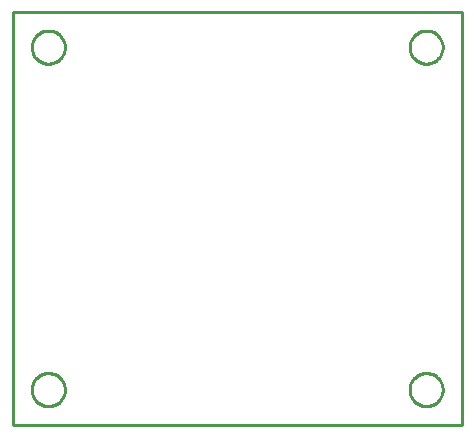
<source format=gbr>
G04 EAGLE Gerber RS-274X export*
G75*
%MOMM*%
%FSLAX34Y34*%
%LPD*%
%IN*%
%IPPOS*%
%AMOC8*
5,1,8,0,0,1.08239X$1,22.5*%
G01*
%ADD10C,0.254000*%


D10*
X0Y0D02*
X380000Y0D01*
X380000Y350000D01*
X0Y350000D01*
X0Y0D01*
X44000Y319500D02*
X43929Y318503D01*
X43786Y317513D01*
X43574Y316536D01*
X43292Y315576D01*
X42943Y314639D01*
X42527Y313729D01*
X42048Y312852D01*
X41507Y312010D01*
X40908Y311210D01*
X40253Y310454D01*
X39546Y309747D01*
X38790Y309092D01*
X37990Y308493D01*
X37148Y307952D01*
X36271Y307473D01*
X35361Y307057D01*
X34424Y306708D01*
X33465Y306426D01*
X32487Y306214D01*
X31498Y306071D01*
X30500Y306000D01*
X29500Y306000D01*
X28503Y306071D01*
X27513Y306214D01*
X26536Y306426D01*
X25576Y306708D01*
X24639Y307057D01*
X23729Y307473D01*
X22852Y307952D01*
X22010Y308493D01*
X21210Y309092D01*
X20454Y309747D01*
X19747Y310454D01*
X19092Y311210D01*
X18493Y312010D01*
X17952Y312852D01*
X17473Y313729D01*
X17057Y314639D01*
X16708Y315576D01*
X16426Y316536D01*
X16214Y317513D01*
X16071Y318503D01*
X16000Y319500D01*
X16000Y320500D01*
X16071Y321498D01*
X16214Y322487D01*
X16426Y323465D01*
X16708Y324424D01*
X17057Y325361D01*
X17473Y326271D01*
X17952Y327148D01*
X18493Y327990D01*
X19092Y328790D01*
X19747Y329546D01*
X20454Y330253D01*
X21210Y330908D01*
X22010Y331507D01*
X22852Y332048D01*
X23729Y332527D01*
X24639Y332943D01*
X25576Y333292D01*
X26536Y333574D01*
X27513Y333786D01*
X28503Y333929D01*
X29500Y334000D01*
X30500Y334000D01*
X31498Y333929D01*
X32487Y333786D01*
X33465Y333574D01*
X34424Y333292D01*
X35361Y332943D01*
X36271Y332527D01*
X37148Y332048D01*
X37990Y331507D01*
X38790Y330908D01*
X39546Y330253D01*
X40253Y329546D01*
X40908Y328790D01*
X41507Y327990D01*
X42048Y327148D01*
X42527Y326271D01*
X42943Y325361D01*
X43292Y324424D01*
X43574Y323465D01*
X43786Y322487D01*
X43929Y321498D01*
X44000Y320500D01*
X44000Y319500D01*
X44000Y29500D02*
X43929Y28503D01*
X43786Y27513D01*
X43574Y26536D01*
X43292Y25576D01*
X42943Y24639D01*
X42527Y23729D01*
X42048Y22852D01*
X41507Y22010D01*
X40908Y21210D01*
X40253Y20454D01*
X39546Y19747D01*
X38790Y19092D01*
X37990Y18493D01*
X37148Y17952D01*
X36271Y17473D01*
X35361Y17057D01*
X34424Y16708D01*
X33465Y16426D01*
X32487Y16214D01*
X31498Y16071D01*
X30500Y16000D01*
X29500Y16000D01*
X28503Y16071D01*
X27513Y16214D01*
X26536Y16426D01*
X25576Y16708D01*
X24639Y17057D01*
X23729Y17473D01*
X22852Y17952D01*
X22010Y18493D01*
X21210Y19092D01*
X20454Y19747D01*
X19747Y20454D01*
X19092Y21210D01*
X18493Y22010D01*
X17952Y22852D01*
X17473Y23729D01*
X17057Y24639D01*
X16708Y25576D01*
X16426Y26536D01*
X16214Y27513D01*
X16071Y28503D01*
X16000Y29500D01*
X16000Y30500D01*
X16071Y31498D01*
X16214Y32487D01*
X16426Y33465D01*
X16708Y34424D01*
X17057Y35361D01*
X17473Y36271D01*
X17952Y37148D01*
X18493Y37990D01*
X19092Y38790D01*
X19747Y39546D01*
X20454Y40253D01*
X21210Y40908D01*
X22010Y41507D01*
X22852Y42048D01*
X23729Y42527D01*
X24639Y42943D01*
X25576Y43292D01*
X26536Y43574D01*
X27513Y43786D01*
X28503Y43929D01*
X29500Y44000D01*
X30500Y44000D01*
X31498Y43929D01*
X32487Y43786D01*
X33465Y43574D01*
X34424Y43292D01*
X35361Y42943D01*
X36271Y42527D01*
X37148Y42048D01*
X37990Y41507D01*
X38790Y40908D01*
X39546Y40253D01*
X40253Y39546D01*
X40908Y38790D01*
X41507Y37990D01*
X42048Y37148D01*
X42527Y36271D01*
X42943Y35361D01*
X43292Y34424D01*
X43574Y33465D01*
X43786Y32487D01*
X43929Y31498D01*
X44000Y30500D01*
X44000Y29500D01*
X364000Y319500D02*
X363929Y318503D01*
X363786Y317513D01*
X363574Y316536D01*
X363292Y315576D01*
X362943Y314639D01*
X362527Y313729D01*
X362048Y312852D01*
X361507Y312010D01*
X360908Y311210D01*
X360253Y310454D01*
X359546Y309747D01*
X358790Y309092D01*
X357990Y308493D01*
X357148Y307952D01*
X356271Y307473D01*
X355361Y307057D01*
X354424Y306708D01*
X353465Y306426D01*
X352487Y306214D01*
X351498Y306071D01*
X350500Y306000D01*
X349500Y306000D01*
X348503Y306071D01*
X347513Y306214D01*
X346536Y306426D01*
X345576Y306708D01*
X344639Y307057D01*
X343729Y307473D01*
X342852Y307952D01*
X342010Y308493D01*
X341210Y309092D01*
X340454Y309747D01*
X339747Y310454D01*
X339092Y311210D01*
X338493Y312010D01*
X337952Y312852D01*
X337473Y313729D01*
X337057Y314639D01*
X336708Y315576D01*
X336426Y316536D01*
X336214Y317513D01*
X336071Y318503D01*
X336000Y319500D01*
X336000Y320500D01*
X336071Y321498D01*
X336214Y322487D01*
X336426Y323465D01*
X336708Y324424D01*
X337057Y325361D01*
X337473Y326271D01*
X337952Y327148D01*
X338493Y327990D01*
X339092Y328790D01*
X339747Y329546D01*
X340454Y330253D01*
X341210Y330908D01*
X342010Y331507D01*
X342852Y332048D01*
X343729Y332527D01*
X344639Y332943D01*
X345576Y333292D01*
X346536Y333574D01*
X347513Y333786D01*
X348503Y333929D01*
X349500Y334000D01*
X350500Y334000D01*
X351498Y333929D01*
X352487Y333786D01*
X353465Y333574D01*
X354424Y333292D01*
X355361Y332943D01*
X356271Y332527D01*
X357148Y332048D01*
X357990Y331507D01*
X358790Y330908D01*
X359546Y330253D01*
X360253Y329546D01*
X360908Y328790D01*
X361507Y327990D01*
X362048Y327148D01*
X362527Y326271D01*
X362943Y325361D01*
X363292Y324424D01*
X363574Y323465D01*
X363786Y322487D01*
X363929Y321498D01*
X364000Y320500D01*
X364000Y319500D01*
X364000Y29500D02*
X363929Y28503D01*
X363786Y27513D01*
X363574Y26536D01*
X363292Y25576D01*
X362943Y24639D01*
X362527Y23729D01*
X362048Y22852D01*
X361507Y22010D01*
X360908Y21210D01*
X360253Y20454D01*
X359546Y19747D01*
X358790Y19092D01*
X357990Y18493D01*
X357148Y17952D01*
X356271Y17473D01*
X355361Y17057D01*
X354424Y16708D01*
X353465Y16426D01*
X352487Y16214D01*
X351498Y16071D01*
X350500Y16000D01*
X349500Y16000D01*
X348503Y16071D01*
X347513Y16214D01*
X346536Y16426D01*
X345576Y16708D01*
X344639Y17057D01*
X343729Y17473D01*
X342852Y17952D01*
X342010Y18493D01*
X341210Y19092D01*
X340454Y19747D01*
X339747Y20454D01*
X339092Y21210D01*
X338493Y22010D01*
X337952Y22852D01*
X337473Y23729D01*
X337057Y24639D01*
X336708Y25576D01*
X336426Y26536D01*
X336214Y27513D01*
X336071Y28503D01*
X336000Y29500D01*
X336000Y30500D01*
X336071Y31498D01*
X336214Y32487D01*
X336426Y33465D01*
X336708Y34424D01*
X337057Y35361D01*
X337473Y36271D01*
X337952Y37148D01*
X338493Y37990D01*
X339092Y38790D01*
X339747Y39546D01*
X340454Y40253D01*
X341210Y40908D01*
X342010Y41507D01*
X342852Y42048D01*
X343729Y42527D01*
X344639Y42943D01*
X345576Y43292D01*
X346536Y43574D01*
X347513Y43786D01*
X348503Y43929D01*
X349500Y44000D01*
X350500Y44000D01*
X351498Y43929D01*
X352487Y43786D01*
X353465Y43574D01*
X354424Y43292D01*
X355361Y42943D01*
X356271Y42527D01*
X357148Y42048D01*
X357990Y41507D01*
X358790Y40908D01*
X359546Y40253D01*
X360253Y39546D01*
X360908Y38790D01*
X361507Y37990D01*
X362048Y37148D01*
X362527Y36271D01*
X362943Y35361D01*
X363292Y34424D01*
X363574Y33465D01*
X363786Y32487D01*
X363929Y31498D01*
X364000Y30500D01*
X364000Y29500D01*
M02*

</source>
